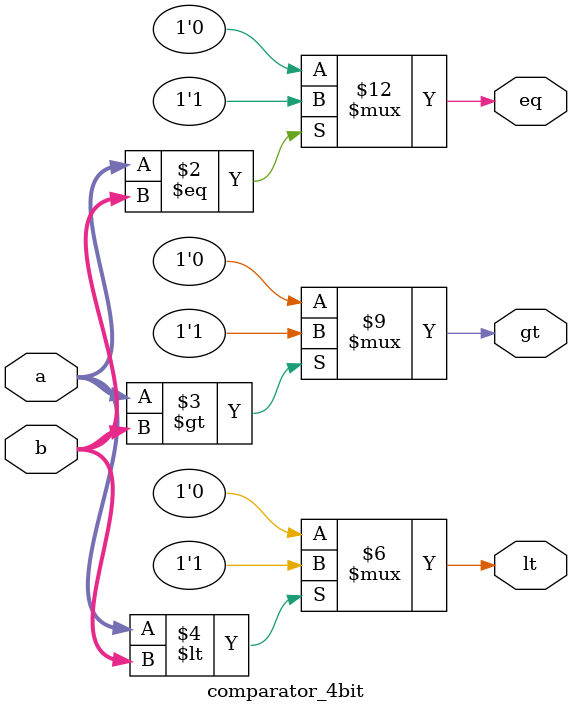
<source format=v>
`timescale 1ns / 1ps

module comparator_4bit (
    input wire [3:0] a,
    input wire [3:0] b,
    output reg eq,
    output reg gt,
    output reg lt
);

  always @(*) begin
    eq = 1'b0;
    gt = 1'b0;
    lt = 1'b0;

    if (a == b) eq = 1'b1;
    if (a > b) gt = 1'b1;
    if (a < b) lt = 1'b1;
  end

endmodule

</source>
